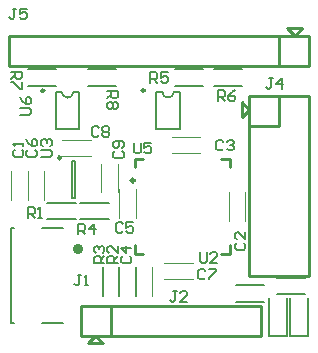
<source format=gto>
G04*
G04 #@! TF.GenerationSoftware,Altium Limited,Altium Designer,20.1.10 (176)*
G04*
G04 Layer_Color=65535*
%FSLAX25Y25*%
%MOIN*%
G70*
G04*
G04 #@! TF.SameCoordinates,6E20D0A3-D42C-41D8-968C-EC961EFE1350*
G04*
G04*
G04 #@! TF.FilePolarity,Positive*
G04*
G01*
G75*
%ADD10C,0.01968*%
%ADD11C,0.01181*%
%ADD12C,0.00984*%
%ADD13C,0.00787*%
%ADD14C,0.00800*%
%ADD15C,0.00591*%
%ADD16C,0.01000*%
%ADD17C,0.00394*%
%ADD18C,0.00500*%
D10*
X23728Y28858D02*
G03*
X23728Y28858I-787J0D01*
G01*
D11*
X41752Y51748D02*
G03*
X41752Y51748I-492J0D01*
G01*
D12*
X45224Y81693D02*
G03*
X45224Y81693I-492J0D01*
G01*
X11724D02*
G03*
X11724Y81693I-492J0D01*
G01*
X17268Y59284D02*
G03*
X17268Y59284I-492J0D01*
G01*
D13*
X51032Y81299D02*
G03*
X54969Y81299I1969J0D01*
G01*
X17531D02*
G03*
X21468Y81299I1969J0D01*
G01*
X500Y4252D02*
Y35748D01*
X11130D02*
X17823D01*
X11130Y4252D02*
X17823D01*
X500Y35748D02*
X1681D01*
X500Y4252D02*
X1681D01*
X49063Y68701D02*
Y81299D01*
X56937Y68701D02*
Y81299D01*
X49063Y68701D02*
X56937D01*
X49063Y81299D02*
X51032D01*
X54969D02*
X56937D01*
X15563Y68701D02*
Y81299D01*
X23437Y68701D02*
Y81299D01*
X15563Y68701D02*
X23437D01*
X15563Y81299D02*
X17531D01*
X21468D02*
X23437D01*
X22091Y45898D02*
Y58102D01*
X20910Y45898D02*
Y58102D01*
Y45898D02*
X22091D01*
X20910Y58102D02*
X22091D01*
D14*
X86500Y0D02*
Y12500D01*
X92500Y0D02*
Y12500D01*
X86500Y0D02*
X92500D01*
X93500D02*
Y12500D01*
X99500Y0D02*
Y12500D01*
X93500Y0D02*
X99500D01*
D15*
X89276Y13744D02*
X98724D01*
X89276Y19256D02*
X98724D01*
X75626Y11244D02*
X85075D01*
X75626Y16756D02*
X85075D01*
X68276Y88756D02*
X77724D01*
X68276Y83244D02*
X77724D01*
X6276D02*
X15724D01*
X6276Y88756D02*
X15724D01*
X42256Y13276D02*
Y22724D01*
X36744Y13276D02*
Y22724D01*
X31244Y13276D02*
Y22724D01*
X36756Y13276D02*
Y22724D01*
X26276Y83244D02*
X35724D01*
X26276Y88756D02*
X35724D01*
X12776Y38744D02*
X22224D01*
X12776Y44256D02*
X22224D01*
X23776Y38744D02*
X33224D01*
X23776Y44256D02*
X33224D01*
X55276Y83244D02*
X64724D01*
X55276Y88756D02*
X64724D01*
D16*
X80000Y20000D02*
Y80000D01*
X77500Y72776D02*
Y77776D01*
Y72776D02*
X80000Y75276D01*
X77500Y77776D02*
X80000Y75276D01*
Y20000D02*
X100000D01*
Y80000D01*
X80000Y70000D02*
X90000D01*
X80000Y80000D02*
X90000D01*
Y70000D02*
Y80000D01*
X100000D01*
X73543Y27339D02*
Y30095D01*
X70787Y27339D02*
X73543D01*
X42047D02*
X44803D01*
X42047D02*
Y30095D01*
X73543Y56079D02*
Y58835D01*
X70787D02*
X73543D01*
X42047D02*
X44803D01*
X42047Y56079D02*
Y58835D01*
X90000Y90000D02*
Y100000D01*
X0Y90000D02*
X100000D01*
Y100000D01*
X0D02*
X100000D01*
X0Y90000D02*
Y100000D01*
X92776Y102500D02*
X97776D01*
X92776D02*
X95276Y100000D01*
X97776Y102500D01*
X84000Y0D02*
Y10000D01*
X26224Y-2500D02*
X28724Y0D01*
X31224Y-2500D01*
X26224D02*
X31224D01*
X24000Y0D02*
X84000D01*
X24000D02*
Y10000D01*
X84000D01*
X34000Y0D02*
Y10000D01*
D17*
X54276Y66256D02*
X63724D01*
X54276Y60744D02*
X63724D01*
X47756Y13276D02*
Y22724D01*
X42244Y13276D02*
Y22724D01*
X51776Y18744D02*
X61224D01*
X51776Y24256D02*
X61224D01*
X17776Y59744D02*
X27224D01*
X17776Y65256D02*
X27224D01*
X744Y45276D02*
Y54724D01*
X6256Y45276D02*
Y54724D01*
X6244Y45276D02*
Y54724D01*
X11756Y45276D02*
Y54724D01*
X36744Y39276D02*
Y48724D01*
X42256Y39276D02*
Y48724D01*
X36256Y47776D02*
Y57224D01*
X30744Y47776D02*
Y57224D01*
X73244Y38276D02*
Y47724D01*
X78756Y38276D02*
Y47724D01*
D18*
X87917Y85749D02*
X86751D01*
X87334D01*
Y82834D01*
X86751Y82251D01*
X86167D01*
X85584Y82834D01*
X90833Y82251D02*
Y85749D01*
X89083Y84000D01*
X91416D01*
X69584Y78251D02*
Y81749D01*
X71334D01*
X71917Y81166D01*
Y80000D01*
X71334Y79417D01*
X69584D01*
X70751D02*
X71917Y78251D01*
X75416Y81749D02*
X74249Y81166D01*
X73083Y80000D01*
Y78834D01*
X73666Y78251D01*
X74833D01*
X75416Y78834D01*
Y79417D01*
X74833Y80000D01*
X73083D01*
X24000Y20249D02*
X22834D01*
X23417D01*
Y17334D01*
X22834Y16751D01*
X22251D01*
X21667Y17334D01*
X25166Y16751D02*
X26333D01*
X25749D01*
Y20249D01*
X25166Y19666D01*
X2365Y108978D02*
X1199D01*
X1782D01*
Y106062D01*
X1199Y105479D01*
X615D01*
X32Y106062D01*
X5864Y108978D02*
X3531D01*
Y107228D01*
X4697Y107811D01*
X5281D01*
X5864Y107228D01*
Y106062D01*
X5281Y105479D01*
X4114D01*
X3531Y106062D01*
X751Y87916D02*
X4249D01*
Y86166D01*
X3666Y85583D01*
X2500D01*
X1917Y86166D01*
Y87916D01*
Y86749D02*
X751Y85583D01*
X4249Y84417D02*
Y82084D01*
X3666D01*
X1334Y84417D01*
X751D01*
X32751Y81416D02*
X36249D01*
Y79666D01*
X35666Y79083D01*
X34500D01*
X33917Y79666D01*
Y81416D01*
Y80249D02*
X32751Y79083D01*
X35666Y77917D02*
X36249Y77334D01*
Y76167D01*
X35666Y75584D01*
X35083D01*
X34500Y76167D01*
X33917Y75584D01*
X33334D01*
X32751Y76167D01*
Y77334D01*
X33334Y77917D01*
X33917D01*
X34500Y77334D01*
X35083Y77917D01*
X35666D01*
X34500Y77334D02*
Y76167D01*
X47084Y84251D02*
Y87749D01*
X48834D01*
X49417Y87166D01*
Y86000D01*
X48834Y85417D01*
X47084D01*
X48251D02*
X49417Y84251D01*
X52916Y87749D02*
X50583D01*
Y86000D01*
X51749Y86583D01*
X52333D01*
X52916Y86000D01*
Y84834D01*
X52333Y84251D01*
X51166D01*
X50583Y84834D01*
X35334Y61417D02*
X34751Y60834D01*
Y59667D01*
X35334Y59084D01*
X37666D01*
X38249Y59667D01*
Y60834D01*
X37666Y61417D01*
Y62583D02*
X38249Y63166D01*
Y64333D01*
X37666Y64916D01*
X35334D01*
X34751Y64333D01*
Y63166D01*
X35334Y62583D01*
X35917D01*
X36500Y63166D01*
Y64916D01*
X29917Y69166D02*
X29334Y69749D01*
X28167D01*
X27584Y69166D01*
Y66834D01*
X28167Y66251D01*
X29334D01*
X29917Y66834D01*
X31083Y69166D02*
X31666Y69749D01*
X32833D01*
X33416Y69166D01*
Y68583D01*
X32833Y68000D01*
X33416Y67417D01*
Y66834D01*
X32833Y66251D01*
X31666D01*
X31083Y66834D01*
Y67417D01*
X31666Y68000D01*
X31083Y68583D01*
Y69166D01*
X31666Y68000D02*
X32833D01*
X6334Y61917D02*
X5751Y61334D01*
Y60167D01*
X6334Y59584D01*
X8666D01*
X9249Y60167D01*
Y61334D01*
X8666Y61917D01*
X5751Y65416D02*
X6334Y64249D01*
X7500Y63083D01*
X8666D01*
X9249Y63666D01*
Y64833D01*
X8666Y65416D01*
X8083D01*
X7500Y64833D01*
Y63083D01*
X65417Y21666D02*
X64834Y22249D01*
X63667D01*
X63084Y21666D01*
Y19334D01*
X63667Y18751D01*
X64834D01*
X65417Y19334D01*
X66583Y22249D02*
X68916D01*
Y21666D01*
X66583Y19334D01*
Y18751D01*
X3751Y73584D02*
X6666D01*
X7249Y74167D01*
Y75334D01*
X6666Y75917D01*
X3751D01*
Y79416D02*
X4334Y78249D01*
X5500Y77083D01*
X6666D01*
X7249Y77666D01*
Y78833D01*
X6666Y79416D01*
X6083D01*
X5500Y78833D01*
Y77083D01*
X41584Y64249D02*
Y61334D01*
X42167Y60751D01*
X43334D01*
X43917Y61334D01*
Y64249D01*
X47416D02*
X45083D01*
Y62500D01*
X46249Y63083D01*
X46833D01*
X47416Y62500D01*
Y61334D01*
X46833Y60751D01*
X45666D01*
X45083Y61334D01*
X10751Y59584D02*
X13666D01*
X14249Y60167D01*
Y61334D01*
X13666Y61917D01*
X10751D01*
X11334Y63083D02*
X10751Y63666D01*
Y64833D01*
X11334Y65416D01*
X11917D01*
X12500Y64833D01*
Y64249D01*
Y64833D01*
X13083Y65416D01*
X13666D01*
X14249Y64833D01*
Y63666D01*
X13666Y63083D01*
X63584Y27749D02*
Y24834D01*
X64167Y24251D01*
X65334D01*
X65917Y24834D01*
Y27749D01*
X69416Y24251D02*
X67083D01*
X69416Y26583D01*
Y27166D01*
X68833Y27749D01*
X67666D01*
X67083Y27166D01*
X23084Y33751D02*
Y37249D01*
X24834D01*
X25417Y36666D01*
Y35500D01*
X24834Y34917D01*
X23084D01*
X24251D02*
X25417Y33751D01*
X28333D02*
Y37249D01*
X26583Y35500D01*
X28916D01*
X31749Y24084D02*
X28251D01*
Y25834D01*
X28834Y26417D01*
X30000D01*
X30583Y25834D01*
Y24084D01*
Y25251D02*
X31749Y26417D01*
X28834Y27583D02*
X28251Y28166D01*
Y29333D01*
X28834Y29916D01*
X29417D01*
X30000Y29333D01*
Y28749D01*
Y29333D01*
X30583Y29916D01*
X31166D01*
X31749Y29333D01*
Y28166D01*
X31166Y27583D01*
X36249Y24084D02*
X32751D01*
Y25834D01*
X33334Y26417D01*
X34500D01*
X35083Y25834D01*
Y24084D01*
Y25251D02*
X36249Y26417D01*
Y29916D02*
Y27583D01*
X33917Y29916D01*
X33334D01*
X32751Y29333D01*
Y28166D01*
X33334Y27583D01*
X6167Y39251D02*
Y42749D01*
X7917D01*
X8500Y42166D01*
Y41000D01*
X7917Y40417D01*
X6167D01*
X7334D02*
X8500Y39251D01*
X9666D02*
X10833D01*
X10249D01*
Y42749D01*
X9666Y42166D01*
X55917Y14749D02*
X54751D01*
X55334D01*
Y11834D01*
X54751Y11251D01*
X54167D01*
X53584Y11834D01*
X59416Y11251D02*
X57083D01*
X59416Y13583D01*
Y14166D01*
X58833Y14749D01*
X57666D01*
X57083Y14166D01*
X37917Y37166D02*
X37334Y37749D01*
X36167D01*
X35584Y37166D01*
Y34834D01*
X36167Y34251D01*
X37334D01*
X37917Y34834D01*
X41416Y37749D02*
X39083D01*
Y36000D01*
X40249Y36583D01*
X40833D01*
X41416Y36000D01*
Y34834D01*
X40833Y34251D01*
X39666D01*
X39083Y34834D01*
X37834Y26417D02*
X37251Y25834D01*
Y24667D01*
X37834Y24084D01*
X40166D01*
X40749Y24667D01*
Y25834D01*
X40166Y26417D01*
X40749Y29333D02*
X37251D01*
X39000Y27583D01*
Y29916D01*
X71417Y64666D02*
X70834Y65249D01*
X69667D01*
X69084Y64666D01*
Y62334D01*
X69667Y61751D01*
X70834D01*
X71417Y62334D01*
X72583Y64666D02*
X73166Y65249D01*
X74333D01*
X74916Y64666D01*
Y64083D01*
X74333Y63500D01*
X73749D01*
X74333D01*
X74916Y62917D01*
Y62334D01*
X74333Y61751D01*
X73166D01*
X72583Y62334D01*
X75834Y30917D02*
X75251Y30334D01*
Y29167D01*
X75834Y28584D01*
X78166D01*
X78749Y29167D01*
Y30334D01*
X78166Y30917D01*
X78749Y34416D02*
Y32083D01*
X76417Y34416D01*
X75834D01*
X75251Y33833D01*
Y32666D01*
X75834Y32083D01*
X1834Y62000D02*
X1251Y61417D01*
Y60251D01*
X1834Y59667D01*
X4166D01*
X4749Y60251D01*
Y61417D01*
X4166Y62000D01*
X4749Y63166D02*
Y64333D01*
Y63749D01*
X1251D01*
X1834Y63166D01*
M02*

</source>
